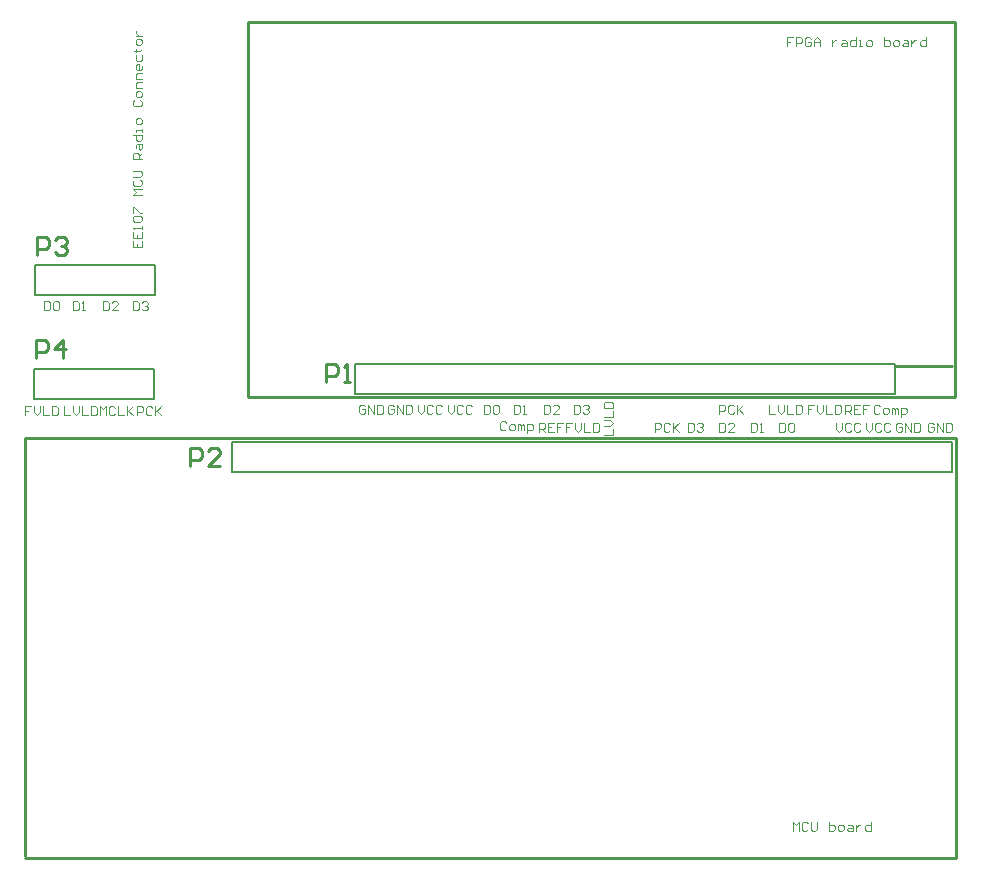
<source format=gto>
G04 Layer_Color=65535*
%FSLAX43Y43*%
%MOMM*%
G71*
G01*
G75*
%ADD10C,0.254*%
%ADD13C,0.200*%
%ADD14C,0.102*%
D10*
X39497Y87249D02*
X118237D01*
X39497Y51816D02*
Y87249D01*
Y51689D02*
X118237D01*
X118364D02*
Y87249D01*
X113284Y93345D02*
X117983D01*
X58420Y90678D02*
Y122428D01*
X118237D01*
Y90678D02*
Y122428D01*
X58420Y90678D02*
X118237D01*
X40411Y93955D02*
Y95478D01*
X41173D01*
X41427Y95224D01*
Y94716D01*
X41173Y94462D01*
X40411D01*
X42697Y93955D02*
Y95478D01*
X41935Y94716D01*
X42951D01*
X40538Y102718D02*
Y104241D01*
X41300D01*
X41554Y103987D01*
Y103479D01*
X41300Y103225D01*
X40538D01*
X42062Y103987D02*
X42316Y104241D01*
X42824D01*
X43078Y103987D01*
Y103733D01*
X42824Y103479D01*
X42570D01*
X42824D01*
X43078Y103225D01*
Y102972D01*
X42824Y102718D01*
X42316D01*
X42062Y102972D01*
X53467Y84836D02*
Y86360D01*
X54229D01*
X54483Y86106D01*
Y85598D01*
X54229Y85344D01*
X53467D01*
X56006Y84836D02*
X54991D01*
X56006Y85852D01*
Y86106D01*
X55752Y86360D01*
X55244D01*
X54991Y86106D01*
X65024Y91948D02*
Y93472D01*
X65786D01*
X66040Y93218D01*
Y92710D01*
X65786Y92456D01*
X65024D01*
X66548Y91948D02*
X67055D01*
X66801D01*
Y93472D01*
X66548Y93218D01*
D13*
X50419Y90551D02*
Y93091D01*
X40259Y90551D02*
X50419D01*
X40259Y93091D02*
X50419D01*
X40259Y90551D02*
Y93091D01*
X40386Y99314D02*
Y101854D01*
X50546D01*
X40386Y99314D02*
X50546D01*
Y101854D01*
X57023Y84328D02*
X116078D01*
X117983D01*
Y86868D01*
X57023D02*
X117983D01*
X57023Y84328D02*
Y86868D01*
X111252Y90932D02*
X113157D01*
Y93472D01*
X67437D02*
X113157D01*
X67437Y90932D02*
Y93472D01*
Y90932D02*
X111252D01*
D14*
X48641Y103886D02*
Y103378D01*
X49403D01*
Y103886D01*
X49022Y103378D02*
Y103632D01*
X48641Y104648D02*
Y104140D01*
X49403D01*
Y104648D01*
X49022Y104140D02*
Y104394D01*
X49403Y104902D02*
Y105155D01*
Y105028D01*
X48641D01*
X48768Y104902D01*
Y105536D02*
X48641Y105663D01*
Y105917D01*
X48768Y106044D01*
X49276D01*
X49403Y105917D01*
Y105663D01*
X49276Y105536D01*
X48768D01*
X48641Y106298D02*
Y106806D01*
X48768D01*
X49276Y106298D01*
X49403D01*
Y107822D02*
X48641D01*
X48895Y108075D01*
X48641Y108329D01*
X49403D01*
X48768Y109091D02*
X48641Y108964D01*
Y108710D01*
X48768Y108583D01*
X49276D01*
X49403Y108710D01*
Y108964D01*
X49276Y109091D01*
X48641Y109345D02*
X49276D01*
X49403Y109472D01*
Y109726D01*
X49276Y109853D01*
X48641D01*
X49403Y110869D02*
X48641D01*
Y111249D01*
X48768Y111376D01*
X49022D01*
X49149Y111249D01*
Y110869D01*
Y111122D02*
X49403Y111376D01*
X48895Y111757D02*
Y112011D01*
X49022Y112138D01*
X49403D01*
Y111757D01*
X49276Y111630D01*
X49149Y111757D01*
Y112138D01*
X48641Y112900D02*
X49403D01*
Y112519D01*
X49276Y112392D01*
X49022D01*
X48895Y112519D01*
Y112900D01*
X49403Y113154D02*
Y113408D01*
Y113281D01*
X48895D01*
Y113154D01*
X49403Y113916D02*
Y114170D01*
X49276Y114296D01*
X49022D01*
X48895Y114170D01*
Y113916D01*
X49022Y113789D01*
X49276D01*
X49403Y113916D01*
X48768Y115820D02*
X48641Y115693D01*
Y115439D01*
X48768Y115312D01*
X49276D01*
X49403Y115439D01*
Y115693D01*
X49276Y115820D01*
X49403Y116201D02*
Y116455D01*
X49276Y116582D01*
X49022D01*
X48895Y116455D01*
Y116201D01*
X49022Y116074D01*
X49276D01*
X49403Y116201D01*
Y116836D02*
X48895D01*
Y117217D01*
X49022Y117343D01*
X49403D01*
Y117597D02*
X48895D01*
Y117978D01*
X49022Y118105D01*
X49403D01*
Y118740D02*
Y118486D01*
X49276Y118359D01*
X49022D01*
X48895Y118486D01*
Y118740D01*
X49022Y118867D01*
X49149D01*
Y118359D01*
X48895Y119629D02*
Y119248D01*
X49022Y119121D01*
X49276D01*
X49403Y119248D01*
Y119629D01*
X48768Y120010D02*
X48895D01*
Y119883D01*
Y120137D01*
Y120010D01*
X49276D01*
X49403Y120137D01*
Y120644D02*
Y120898D01*
X49276Y121025D01*
X49022D01*
X48895Y120898D01*
Y120644D01*
X49022Y120517D01*
X49276D01*
X49403Y120644D01*
X48895Y121279D02*
X49403D01*
X49149D01*
X49022Y121406D01*
X48895Y121533D01*
Y121660D01*
X48641Y98806D02*
Y98044D01*
X49022D01*
X49149Y98171D01*
Y98679D01*
X49022Y98806D01*
X48641D01*
X49403Y98679D02*
X49530Y98806D01*
X49784D01*
X49911Y98679D01*
Y98552D01*
X49784Y98425D01*
X49657D01*
X49784D01*
X49911Y98298D01*
Y98171D01*
X49784Y98044D01*
X49530D01*
X49403Y98171D01*
X46101Y98806D02*
Y98044D01*
X46482D01*
X46609Y98171D01*
Y98679D01*
X46482Y98806D01*
X46101D01*
X47371Y98044D02*
X46863D01*
X47371Y98552D01*
Y98679D01*
X47244Y98806D01*
X46990D01*
X46863Y98679D01*
X43561Y98806D02*
Y98044D01*
X43942D01*
X44069Y98171D01*
Y98679D01*
X43942Y98806D01*
X43561D01*
X44323Y98044D02*
X44577D01*
X44450D01*
Y98806D01*
X44323Y98679D01*
X41148Y98806D02*
Y98044D01*
X41529D01*
X41656Y98171D01*
Y98679D01*
X41529Y98806D01*
X41148D01*
X41910Y98679D02*
X42037Y98806D01*
X42291D01*
X42418Y98679D01*
Y98171D01*
X42291Y98044D01*
X42037D01*
X41910Y98171D01*
Y98679D01*
X49022Y89154D02*
Y89916D01*
X49403D01*
X49530Y89789D01*
Y89535D01*
X49403Y89408D01*
X49022D01*
X50292Y89789D02*
X50165Y89916D01*
X49911D01*
X49784Y89789D01*
Y89281D01*
X49911Y89154D01*
X50165D01*
X50292Y89281D01*
X50546Y89916D02*
Y89154D01*
Y89408D01*
X51053Y89916D01*
X50672Y89535D01*
X51053Y89154D01*
X45847D02*
Y89916D01*
X46101Y89662D01*
X46355Y89916D01*
Y89154D01*
X47117Y89789D02*
X46990Y89916D01*
X46736D01*
X46609Y89789D01*
Y89281D01*
X46736Y89154D01*
X46990D01*
X47117Y89281D01*
X47371Y89916D02*
Y89154D01*
X47878D01*
X48132Y89916D02*
Y89154D01*
Y89408D01*
X48640Y89916D01*
X48259Y89535D01*
X48640Y89154D01*
X42799Y89916D02*
Y89154D01*
X43307D01*
X43561Y89916D02*
Y89408D01*
X43815Y89154D01*
X44069Y89408D01*
Y89916D01*
X44323D02*
Y89154D01*
X44830D01*
X45084Y89916D02*
Y89154D01*
X45465D01*
X45592Y89281D01*
Y89789D01*
X45465Y89916D01*
X45084D01*
X40005D02*
X39497D01*
Y89535D01*
X39751D01*
X39497D01*
Y89154D01*
X40259Y89916D02*
Y89408D01*
X40513Y89154D01*
X40767Y89408D01*
Y89916D01*
X41021D02*
Y89154D01*
X41528D01*
X41782Y89916D02*
Y89154D01*
X42163D01*
X42290Y89281D01*
Y89789D01*
X42163Y89916D01*
X41782D01*
X104521Y121158D02*
X104013D01*
Y120777D01*
X104267D01*
X104013D01*
Y120396D01*
X104775D02*
Y121158D01*
X105156D01*
X105283Y121031D01*
Y120777D01*
X105156Y120650D01*
X104775D01*
X106044Y121031D02*
X105917Y121158D01*
X105663D01*
X105537Y121031D01*
Y120523D01*
X105663Y120396D01*
X105917D01*
X106044Y120523D01*
Y120777D01*
X105790D01*
X106298Y120396D02*
Y120904D01*
X106552Y121158D01*
X106806Y120904D01*
Y120396D01*
Y120777D01*
X106298D01*
X107822Y120904D02*
Y120396D01*
Y120650D01*
X107949Y120777D01*
X108076Y120904D01*
X108203D01*
X108710D02*
X108964D01*
X109091Y120777D01*
Y120396D01*
X108710D01*
X108584Y120523D01*
X108710Y120650D01*
X109091D01*
X109853Y121158D02*
Y120396D01*
X109472D01*
X109345Y120523D01*
Y120777D01*
X109472Y120904D01*
X109853D01*
X110107Y120396D02*
X110361D01*
X110234D01*
Y120904D01*
X110107D01*
X110869Y120396D02*
X111123D01*
X111250Y120523D01*
Y120777D01*
X111123Y120904D01*
X110869D01*
X110742Y120777D01*
Y120523D01*
X110869Y120396D01*
X112265Y121158D02*
Y120396D01*
X112646D01*
X112773Y120523D01*
Y120650D01*
Y120777D01*
X112646Y120904D01*
X112265D01*
X113154Y120396D02*
X113408D01*
X113535Y120523D01*
Y120777D01*
X113408Y120904D01*
X113154D01*
X113027Y120777D01*
Y120523D01*
X113154Y120396D01*
X113916Y120904D02*
X114170D01*
X114297Y120777D01*
Y120396D01*
X113916D01*
X113789Y120523D01*
X113916Y120650D01*
X114297D01*
X114551Y120904D02*
Y120396D01*
Y120650D01*
X114678Y120777D01*
X114805Y120904D01*
X114931D01*
X115820Y121158D02*
Y120396D01*
X115439D01*
X115312Y120523D01*
Y120777D01*
X115439Y120904D01*
X115820D01*
X104521Y53975D02*
Y54737D01*
X104775Y54483D01*
X105029Y54737D01*
Y53975D01*
X105791Y54610D02*
X105664Y54737D01*
X105410D01*
X105283Y54610D01*
Y54102D01*
X105410Y53975D01*
X105664D01*
X105791Y54102D01*
X106045Y54737D02*
Y54102D01*
X106171Y53975D01*
X106425D01*
X106552Y54102D01*
Y54737D01*
X107568D02*
Y53975D01*
X107949D01*
X108076Y54102D01*
Y54229D01*
Y54356D01*
X107949Y54483D01*
X107568D01*
X108457Y53975D02*
X108711D01*
X108838Y54102D01*
Y54356D01*
X108711Y54483D01*
X108457D01*
X108330Y54356D01*
Y54102D01*
X108457Y53975D01*
X109218Y54483D02*
X109472D01*
X109599Y54356D01*
Y53975D01*
X109218D01*
X109092Y54102D01*
X109218Y54229D01*
X109599D01*
X109853Y54483D02*
Y53975D01*
Y54229D01*
X109980Y54356D01*
X110107Y54483D01*
X110234D01*
X111123Y54737D02*
Y53975D01*
X110742D01*
X110615Y54102D01*
Y54356D01*
X110742Y54483D01*
X111123D01*
X116459Y88392D02*
X116332Y88519D01*
X116078D01*
X115951Y88392D01*
Y87884D01*
X116078Y87757D01*
X116332D01*
X116459Y87884D01*
Y88138D01*
X116205D01*
X116713Y87757D02*
Y88519D01*
X117221Y87757D01*
Y88519D01*
X117475D02*
Y87757D01*
X117855D01*
X117982Y87884D01*
Y88392D01*
X117855Y88519D01*
X117475D01*
X108204D02*
Y88011D01*
X108458Y87757D01*
X108712Y88011D01*
Y88519D01*
X109474Y88392D02*
X109347Y88519D01*
X109093D01*
X108966Y88392D01*
Y87884D01*
X109093Y87757D01*
X109347D01*
X109474Y87884D01*
X110235Y88392D02*
X110108Y88519D01*
X109854D01*
X109728Y88392D01*
Y87884D01*
X109854Y87757D01*
X110108D01*
X110235Y87884D01*
X113792Y88392D02*
X113665Y88519D01*
X113411D01*
X113284Y88392D01*
Y87884D01*
X113411Y87757D01*
X113665D01*
X113792Y87884D01*
Y88138D01*
X113538D01*
X114046Y87757D02*
Y88519D01*
X114554Y87757D01*
Y88519D01*
X114808D02*
Y87757D01*
X115188D01*
X115315Y87884D01*
Y88392D01*
X115188Y88519D01*
X114808D01*
X110744D02*
Y88011D01*
X110998Y87757D01*
X111252Y88011D01*
Y88519D01*
X112014Y88392D02*
X111887Y88519D01*
X111633D01*
X111506Y88392D01*
Y87884D01*
X111633Y87757D01*
X111887D01*
X112014Y87884D01*
X112775Y88392D02*
X112648Y88519D01*
X112394D01*
X112268Y88392D01*
Y87884D01*
X112394Y87757D01*
X112648D01*
X112775Y87884D01*
X103378Y88519D02*
Y87757D01*
X103759D01*
X103886Y87884D01*
Y88392D01*
X103759Y88519D01*
X103378D01*
X104140Y88392D02*
X104267Y88519D01*
X104521D01*
X104648Y88392D01*
Y87884D01*
X104521Y87757D01*
X104267D01*
X104140Y87884D01*
Y88392D01*
X100965Y88519D02*
Y87757D01*
X101346D01*
X101473Y87884D01*
Y88392D01*
X101346Y88519D01*
X100965D01*
X101727Y87757D02*
X101981D01*
X101854D01*
Y88519D01*
X101727Y88392D01*
X98298Y88519D02*
Y87757D01*
X98679D01*
X98806Y87884D01*
Y88392D01*
X98679Y88519D01*
X98298D01*
X99568Y87757D02*
X99060D01*
X99568Y88265D01*
Y88392D01*
X99441Y88519D01*
X99187D01*
X99060Y88392D01*
X95631Y88519D02*
Y87757D01*
X96012D01*
X96139Y87884D01*
Y88392D01*
X96012Y88519D01*
X95631D01*
X96393Y88392D02*
X96520Y88519D01*
X96774D01*
X96901Y88392D01*
Y88265D01*
X96774Y88138D01*
X96647D01*
X96774D01*
X96901Y88011D01*
Y87884D01*
X96774Y87757D01*
X96520D01*
X96393Y87884D01*
X92837Y87757D02*
Y88519D01*
X93218D01*
X93345Y88392D01*
Y88138D01*
X93218Y88011D01*
X92837D01*
X94107Y88392D02*
X93980Y88519D01*
X93726D01*
X93599Y88392D01*
Y87884D01*
X93726Y87757D01*
X93980D01*
X94107Y87884D01*
X94361Y88519D02*
Y87757D01*
Y88011D01*
X94868Y88519D01*
X94487Y88138D01*
X94868Y87757D01*
X88519Y87503D02*
X89281D01*
Y88011D01*
X88519Y88265D02*
X89027D01*
X89281Y88519D01*
X89027Y88773D01*
X88519D01*
Y89027D02*
X89281D01*
Y89534D01*
X88519Y89788D02*
X89281D01*
Y90169D01*
X89154Y90296D01*
X88646D01*
X88519Y90169D01*
Y89788D01*
X85852Y88519D02*
X85344D01*
Y88138D01*
X85598D01*
X85344D01*
Y87757D01*
X86106Y88519D02*
Y88011D01*
X86360Y87757D01*
X86614Y88011D01*
Y88519D01*
X86868D02*
Y87757D01*
X87375D01*
X87629Y88519D02*
Y87757D01*
X88010D01*
X88137Y87884D01*
Y88392D01*
X88010Y88519D01*
X87629D01*
X83058Y87757D02*
Y88519D01*
X83439D01*
X83566Y88392D01*
Y88138D01*
X83439Y88011D01*
X83058D01*
X83312D02*
X83566Y87757D01*
X84328Y88519D02*
X83820D01*
Y87757D01*
X84328D01*
X83820Y88138D02*
X84074D01*
X85089Y88519D02*
X84582D01*
Y88138D01*
X84835D01*
X84582D01*
Y87757D01*
X80264Y88519D02*
X80137Y88646D01*
X79883D01*
X79756Y88519D01*
Y88011D01*
X79883Y87884D01*
X80137D01*
X80264Y88011D01*
X80645Y87884D02*
X80899D01*
X81026Y88011D01*
Y88265D01*
X80899Y88392D01*
X80645D01*
X80518Y88265D01*
Y88011D01*
X80645Y87884D01*
X81280D02*
Y88392D01*
X81406D01*
X81533Y88265D01*
Y87884D01*
Y88265D01*
X81660Y88392D01*
X81787Y88265D01*
Y87884D01*
X82041Y87630D02*
Y88392D01*
X82422D01*
X82549Y88265D01*
Y88011D01*
X82422Y87884D01*
X82041D01*
X111887Y89916D02*
X111760Y90043D01*
X111506D01*
X111379Y89916D01*
Y89408D01*
X111506Y89281D01*
X111760D01*
X111887Y89408D01*
X112268Y89281D02*
X112522D01*
X112649Y89408D01*
Y89662D01*
X112522Y89789D01*
X112268D01*
X112141Y89662D01*
Y89408D01*
X112268Y89281D01*
X112903D02*
Y89789D01*
X113029D01*
X113156Y89662D01*
Y89281D01*
Y89662D01*
X113283Y89789D01*
X113410Y89662D01*
Y89281D01*
X113664Y89027D02*
Y89789D01*
X114045D01*
X114172Y89662D01*
Y89408D01*
X114045Y89281D01*
X113664D01*
X108966D02*
Y90043D01*
X109347D01*
X109474Y89916D01*
Y89662D01*
X109347Y89535D01*
X108966D01*
X109220D02*
X109474Y89281D01*
X110236Y90043D02*
X109728D01*
Y89281D01*
X110236D01*
X109728Y89662D02*
X109982D01*
X110997Y90043D02*
X110490D01*
Y89662D01*
X110743D01*
X110490D01*
Y89281D01*
X106299Y90043D02*
X105791D01*
Y89662D01*
X106045D01*
X105791D01*
Y89281D01*
X106553Y90043D02*
Y89535D01*
X106807Y89281D01*
X107061Y89535D01*
Y90043D01*
X107315D02*
Y89281D01*
X107822D01*
X108076Y90043D02*
Y89281D01*
X108457D01*
X108584Y89408D01*
Y89916D01*
X108457Y90043D01*
X108076D01*
X102489D02*
Y89281D01*
X102997D01*
X103251Y90043D02*
Y89535D01*
X103505Y89281D01*
X103759Y89535D01*
Y90043D01*
X104013D02*
Y89281D01*
X104520D01*
X104774Y90043D02*
Y89281D01*
X105155D01*
X105282Y89408D01*
Y89916D01*
X105155Y90043D01*
X104774D01*
X98298Y89281D02*
Y90043D01*
X98679D01*
X98806Y89916D01*
Y89662D01*
X98679Y89535D01*
X98298D01*
X99568Y89916D02*
X99441Y90043D01*
X99187D01*
X99060Y89916D01*
Y89408D01*
X99187Y89281D01*
X99441D01*
X99568Y89408D01*
X99822Y90043D02*
Y89281D01*
Y89535D01*
X100329Y90043D01*
X99948Y89662D01*
X100329Y89281D01*
X85979Y90043D02*
Y89281D01*
X86360D01*
X86487Y89408D01*
Y89916D01*
X86360Y90043D01*
X85979D01*
X86741Y89916D02*
X86868Y90043D01*
X87122D01*
X87249Y89916D01*
Y89789D01*
X87122Y89662D01*
X86995D01*
X87122D01*
X87249Y89535D01*
Y89408D01*
X87122Y89281D01*
X86868D01*
X86741Y89408D01*
X83439Y90043D02*
Y89281D01*
X83820D01*
X83947Y89408D01*
Y89916D01*
X83820Y90043D01*
X83439D01*
X84709Y89281D02*
X84201D01*
X84709Y89789D01*
Y89916D01*
X84582Y90043D01*
X84328D01*
X84201Y89916D01*
X80899Y90043D02*
Y89281D01*
X81280D01*
X81407Y89408D01*
Y89916D01*
X81280Y90043D01*
X80899D01*
X81661Y89281D02*
X81915D01*
X81788D01*
Y90043D01*
X81661Y89916D01*
X78359Y90043D02*
Y89281D01*
X78740D01*
X78867Y89408D01*
Y89916D01*
X78740Y90043D01*
X78359D01*
X79121Y89916D02*
X79248Y90043D01*
X79502D01*
X79629Y89916D01*
Y89408D01*
X79502Y89281D01*
X79248D01*
X79121Y89408D01*
Y89916D01*
X75311Y90043D02*
Y89535D01*
X75565Y89281D01*
X75819Y89535D01*
Y90043D01*
X76581Y89916D02*
X76454Y90043D01*
X76200D01*
X76073Y89916D01*
Y89408D01*
X76200Y89281D01*
X76454D01*
X76581Y89408D01*
X77342Y89916D02*
X77215Y90043D01*
X76961D01*
X76835Y89916D01*
Y89408D01*
X76961Y89281D01*
X77215D01*
X77342Y89408D01*
X72771Y90043D02*
Y89535D01*
X73025Y89281D01*
X73279Y89535D01*
Y90043D01*
X74041Y89916D02*
X73914Y90043D01*
X73660D01*
X73533Y89916D01*
Y89408D01*
X73660Y89281D01*
X73914D01*
X74041Y89408D01*
X74802Y89916D02*
X74675Y90043D01*
X74421D01*
X74295Y89916D01*
Y89408D01*
X74421Y89281D01*
X74675D01*
X74802Y89408D01*
X70739Y89916D02*
X70612Y90043D01*
X70358D01*
X70231Y89916D01*
Y89408D01*
X70358Y89281D01*
X70612D01*
X70739Y89408D01*
Y89662D01*
X70485D01*
X70993Y89281D02*
Y90043D01*
X71501Y89281D01*
Y90043D01*
X71755D02*
Y89281D01*
X72135D01*
X72262Y89408D01*
Y89916D01*
X72135Y90043D01*
X71755D01*
X68326Y89916D02*
X68199Y90043D01*
X67945D01*
X67818Y89916D01*
Y89408D01*
X67945Y89281D01*
X68199D01*
X68326Y89408D01*
Y89662D01*
X68072D01*
X68580Y89281D02*
Y90043D01*
X69088Y89281D01*
Y90043D01*
X69342D02*
Y89281D01*
X69722D01*
X69849Y89408D01*
Y89916D01*
X69722Y90043D01*
X69342D01*
M02*

</source>
